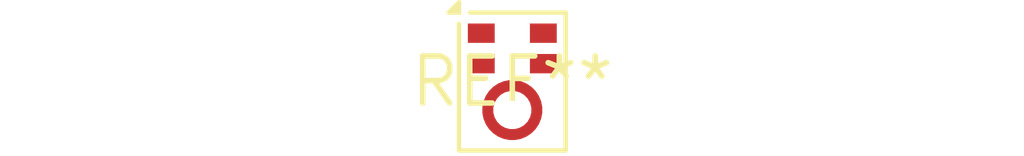
<source format=kicad_pcb>
(kicad_pcb (version 20240108) (generator pcbnew)
  (layers (0 "F.Cu" signal) (31 "B.Cu" signal) (34 "B.Paste" user) (35 "F.Paste" user) (36 "B.SilkS" user "B.Silkscreen") (37 "F.SilkS" user "F.Silkscreen") (38 "B.Mask" user) (39 "F.Mask" user) (44 "Edge.Cuts" user))
  (net 0 "")
  (footprint "Knowles_LGA-5_3.5x2.65mm" (layer "F.Cu") (at 0 0)
    (property "Reference" "REF**")
    (property "Value" "Knowles_LGA-5_3.5x2.65mm")
    (fp_line (start -1.44 1.86) (end -1.44 -1.56) (layer "F.SilkS") (stroke (width 0.12)))
    (fp_line (start -1.14 -1.86) (end 1.44 -1.86) (layer "F.SilkS") (stroke (width 0.12)))
    (fp_line (start 1.44 -1.86) (end 1.44 1.86) (layer "F.SilkS") (stroke (width 0.12)))
    (fp_line (start 1.44 1.86) (end -1.44 1.86) (layer "F.SilkS") (stroke (width 0.12)))
    (fp_poly (pts (xy -1.44 -1.86) (xy -1.72 -1.86) (xy -1.44 -2.14) (xy -1.44 -1.86)) (layer "F.SilkS") (stroke (width 0.12)) (fill solid))
    (pad "" np_thru_hole circle (at 0 0.77) (size 0.5 0.5) (drill 0.5) (layers *.Cu *.Mask))
    (pad "1" smd rect (at -0.8375 -1.304) (size 0.725 0.522) (layers "F.Cu" "F.Paste" "F.Mask"))
    (pad "2" smd rect (at -0.8375 -0.482) (size 0.725 0.522) (layers "F.Cu" "F.Paste" "F.Mask"))
    (pad "3" smd custom (at 0 1.4325) (size 0.3 0.3) (layers "F.Cu" "F.Mask") (options (clearance outline) (anchor circle)) (primitives (gr_circle (center 0 -0.6625) (end 0.6625 -0.6625) (width 0.3) (fill no))))
    (pad "4" smd rect (at 0.8375 -0.482) (size 0.725 0.522) (layers "F.Cu" "F.Paste" "F.Mask"))
    (pad "5" smd rect (at 0.8375 -1.304) (size 0.725 0.522) (layers "F.Cu" "F.Paste" "F.Mask"))
  )
)
</source>
